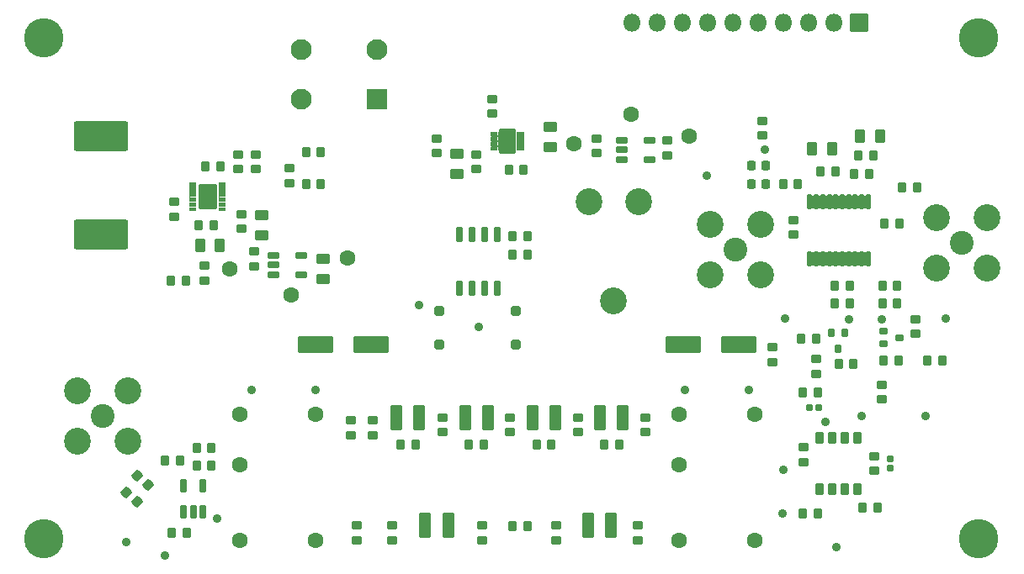
<source format=gts>
%TF.GenerationSoftware,KiCad,Pcbnew,(6.0.6)*%
%TF.CreationDate,2023-01-28T17:13:45-04:00*%
%TF.ProjectId,DDS_FunctionGenerator,4444535f-4675-46e6-9374-696f6e47656e,rev?*%
%TF.SameCoordinates,Original*%
%TF.FileFunction,Soldermask,Top*%
%TF.FilePolarity,Negative*%
%FSLAX46Y46*%
G04 Gerber Fmt 4.6, Leading zero omitted, Abs format (unit mm)*
G04 Created by KiCad (PCBNEW (6.0.6)) date 2023-01-28 17:13:45*
%MOMM*%
%LPD*%
G01*
G04 APERTURE LIST*
G04 Aperture macros list*
%AMRoundRect*
0 Rectangle with rounded corners*
0 $1 Rounding radius*
0 $2 $3 $4 $5 $6 $7 $8 $9 X,Y pos of 4 corners*
0 Add a 4 corners polygon primitive as box body*
4,1,4,$2,$3,$4,$5,$6,$7,$8,$9,$2,$3,0*
0 Add four circle primitives for the rounded corners*
1,1,$1+$1,$2,$3*
1,1,$1+$1,$4,$5*
1,1,$1+$1,$6,$7*
1,1,$1+$1,$8,$9*
0 Add four rect primitives between the rounded corners*
20,1,$1+$1,$2,$3,$4,$5,0*
20,1,$1+$1,$4,$5,$6,$7,0*
20,1,$1+$1,$6,$7,$8,$9,0*
20,1,$1+$1,$8,$9,$2,$3,0*%
G04 Aperture macros list end*
%ADD10RoundRect,0.170000X-0.330000X0.280000X-0.330000X-0.280000X0.330000X-0.280000X0.330000X0.280000X0*%
%ADD11RoundRect,0.170000X0.330000X-0.280000X0.330000X0.280000X-0.330000X0.280000X-0.330000X-0.280000X0*%
%ADD12RoundRect,0.170000X0.280000X0.330000X-0.280000X0.330000X-0.280000X-0.330000X0.280000X-0.330000X0*%
%ADD13C,1.600000*%
%ADD14C,0.900000*%
%ADD15RoundRect,0.135000X-0.340000X0.340000X-0.340000X-0.340000X0.340000X-0.340000X0.340000X0.340000X0*%
%ADD16RoundRect,0.250000X-0.200000X-0.250000X0.200000X-0.250000X0.200000X0.250000X-0.200000X0.250000X0*%
%ADD17RoundRect,0.164300X-0.266700X0.457200X-0.266700X-0.457200X0.266700X-0.457200X0.266700X0.457200X0*%
%ADD18RoundRect,0.170000X-0.280000X-0.330000X0.280000X-0.330000X0.280000X0.330000X-0.280000X0.330000X0*%
%ADD19C,2.400000*%
%ADD20C,2.700000*%
%ADD21C,3.960800*%
%ADD22RoundRect,0.080000X0.295000X0.120000X-0.295000X0.120000X-0.295000X-0.120000X0.295000X-0.120000X0*%
%ADD23RoundRect,0.080000X-0.295000X-0.120000X0.295000X-0.120000X0.295000X0.120000X-0.295000X0.120000X0*%
%ADD24RoundRect,0.135000X0.765000X1.165000X-0.765000X1.165000X-0.765000X-1.165000X0.765000X-1.165000X0*%
%ADD25RoundRect,0.215000X0.385000X1.085000X-0.385000X1.085000X-0.385000X-1.085000X0.385000X-1.085000X0*%
%ADD26RoundRect,0.150000X0.200000X-0.510000X0.200000X0.510000X-0.200000X0.510000X-0.200000X-0.510000X0*%
%ADD27RoundRect,0.170000X-0.426612X-0.072814X0.002373X-0.432775X0.426612X0.072814X-0.002373X0.432775X0*%
%ADD28RoundRect,0.090000X-0.210000X0.235000X-0.210000X-0.235000X0.210000X-0.235000X0.210000X0.235000X0*%
%ADD29RoundRect,0.210000X-1.590000X-0.640000X1.590000X-0.640000X1.590000X0.640000X-1.590000X0.640000X0*%
%ADD30RoundRect,0.185000X-0.515000X0.315000X-0.515000X-0.315000X0.515000X-0.315000X0.515000X0.315000X0*%
%ADD31RoundRect,0.282000X2.468000X1.218000X-2.468000X1.218000X-2.468000X-1.218000X2.468000X-1.218000X0*%
%ADD32RoundRect,0.170000X0.180000X-0.280000X0.180000X0.280000X-0.180000X0.280000X-0.180000X-0.280000X0*%
%ADD33RoundRect,0.150000X-0.100000X0.637500X-0.100000X-0.637500X0.100000X-0.637500X0.100000X0.637500X0*%
%ADD34RoundRect,0.135000X0.340000X-0.340000X0.340000X0.340000X-0.340000X0.340000X-0.340000X-0.340000X0*%
%ADD35C,2.100000*%
%ADD36RoundRect,0.050000X1.000000X1.000000X-1.000000X1.000000X-1.000000X-1.000000X1.000000X-1.000000X0*%
%ADD37RoundRect,0.170000X0.280000X0.180000X-0.280000X0.180000X-0.280000X-0.180000X0.280000X-0.180000X0*%
%ADD38RoundRect,0.090000X-0.235000X-0.210000X0.235000X-0.210000X0.235000X0.210000X-0.235000X0.210000X0*%
%ADD39RoundRect,0.185000X-0.315000X-0.515000X0.315000X-0.515000X0.315000X0.515000X-0.315000X0.515000X0*%
%ADD40RoundRect,0.185000X0.315000X0.515000X-0.315000X0.515000X-0.315000X-0.515000X0.315000X-0.515000X0*%
%ADD41RoundRect,0.110000X0.490000X0.240000X-0.490000X0.240000X-0.490000X-0.240000X0.490000X-0.240000X0*%
%ADD42RoundRect,0.185000X0.515000X-0.315000X0.515000X0.315000X-0.515000X0.315000X-0.515000X-0.315000X0*%
%ADD43RoundRect,0.210000X1.590000X0.640000X-1.590000X0.640000X-1.590000X-0.640000X1.590000X-0.640000X0*%
%ADD44RoundRect,0.110000X-0.240000X0.640000X-0.240000X-0.640000X0.240000X-0.640000X0.240000X0.640000X0*%
%ADD45RoundRect,0.132500X-0.742500X-1.117500X0.742500X-1.117500X0.742500X1.117500X-0.742500X1.117500X0*%
%ADD46RoundRect,0.050000X-0.850000X0.850000X-0.850000X-0.850000X0.850000X-0.850000X0.850000X0.850000X0*%
%ADD47O,1.800000X1.800000*%
G04 APERTURE END LIST*
D10*
%TO.C,C26*%
X124400000Y-109250000D03*
X124400000Y-107750000D03*
%TD*%
%TO.C,R2*%
X117000000Y-81150000D03*
X117000000Y-79650000D03*
%TD*%
D11*
%TO.C,C7*%
X97400000Y-87250000D03*
X97400000Y-88750000D03*
%TD*%
D12*
%TO.C,R19*%
X161950000Y-102000000D03*
X163450000Y-102000000D03*
%TD*%
D13*
%TO.C,K2*%
X104810000Y-107450000D03*
X104810000Y-120150000D03*
X97190000Y-120150000D03*
X97190000Y-112530000D03*
X97190000Y-107450000D03*
%TD*%
D14*
%TO.C,TP17*%
X161800000Y-97900000D03*
%TD*%
D13*
%TO.C,TP2*%
X142400000Y-79400000D03*
%TD*%
D14*
%TO.C,TP7*%
X148400000Y-105000000D03*
%TD*%
D11*
%TO.C,C32*%
X121600000Y-118650000D03*
X121600000Y-120150000D03*
%TD*%
%TO.C,C5*%
X140200000Y-79850000D03*
X140200000Y-81350000D03*
%TD*%
D15*
%TO.C,D1*%
X125000000Y-97025000D03*
X125000000Y-100375000D03*
%TD*%
D16*
%TO.C,X1*%
X148675000Y-82375000D03*
X148675000Y-84225000D03*
X150125000Y-84225000D03*
X150125000Y-82375000D03*
%TD*%
D17*
%TO.C,U8*%
X159300000Y-109800000D03*
X158030000Y-109800000D03*
X156760000Y-109800000D03*
X155490000Y-109800000D03*
X155490000Y-115007000D03*
X156760000Y-115007000D03*
X158030000Y-115007000D03*
X159300000Y-115007000D03*
%TD*%
D14*
%TO.C,TP28*%
X144200000Y-83400000D03*
%TD*%
D18*
%TO.C,C21*%
X128550000Y-110500000D03*
X127050000Y-110500000D03*
%TD*%
%TO.C,R17*%
X165350000Y-84600000D03*
X163850000Y-84600000D03*
%TD*%
D19*
%TO.C,J3*%
X169800000Y-90170000D03*
D20*
X172340000Y-92710000D03*
X167260000Y-87630000D03*
X172340000Y-87630000D03*
X167260000Y-92710000D03*
%TD*%
D21*
%TO.C,H2*%
X171500000Y-69500000D03*
%TD*%
D13*
%TO.C,TP1*%
X130800000Y-80200000D03*
%TD*%
D22*
%TO.C,U4*%
X95425000Y-86750000D03*
X95425000Y-86250000D03*
X95425000Y-85750000D03*
X95425000Y-85250000D03*
X95425000Y-84750000D03*
X95425000Y-84250000D03*
D23*
X92465000Y-84250000D03*
X92465000Y-84750000D03*
X92465000Y-85250000D03*
X92465000Y-85750000D03*
X92465000Y-86250000D03*
X92465000Y-86750000D03*
D24*
X93945000Y-85500000D03*
%TD*%
D25*
%TO.C,L8*%
X118150000Y-118600000D03*
X115850000Y-118600000D03*
%TD*%
D11*
%TO.C,C31*%
X129000000Y-118650000D03*
X129000000Y-120150000D03*
%TD*%
%TO.C,C30*%
X137200000Y-118650000D03*
X137200000Y-120150000D03*
%TD*%
D10*
%TO.C,R3*%
X122600000Y-77150000D03*
X122600000Y-75650000D03*
%TD*%
D12*
%TO.C,C41*%
X162050000Y-88200000D03*
X163550000Y-88200000D03*
%TD*%
D26*
%TO.C,U6*%
X91550000Y-117225000D03*
X92500000Y-117225000D03*
X93450000Y-117225000D03*
X93450000Y-114605000D03*
X91550000Y-114605000D03*
%TD*%
D19*
%TO.C,J5*%
X83400000Y-107600000D03*
D20*
X80860000Y-105060000D03*
X85940000Y-110140000D03*
X85940000Y-105060000D03*
X80860000Y-110140000D03*
%TD*%
D27*
%TO.C,R13*%
X87974533Y-114582091D03*
X86825467Y-113617909D03*
%TD*%
D28*
%TO.C,C38*%
X162600000Y-111925000D03*
X162600000Y-112875000D03*
%TD*%
D27*
%TO.C,R14*%
X86874533Y-116282091D03*
X85725467Y-115317909D03*
%TD*%
D12*
%TO.C,C44*%
X161850000Y-94488000D03*
X163350000Y-94488000D03*
%TD*%
D10*
%TO.C,C11*%
X98600000Y-92550000D03*
X98600000Y-91050000D03*
%TD*%
D18*
%TO.C,C19*%
X91150000Y-112100000D03*
X89650000Y-112100000D03*
%TD*%
D10*
%TO.C,R12*%
X108400000Y-109550000D03*
X108400000Y-108050000D03*
%TD*%
D25*
%TO.C,L5*%
X115250000Y-107800000D03*
X112950000Y-107800000D03*
%TD*%
D29*
%TO.C,C17*%
X141800000Y-100400000D03*
X147400000Y-100400000D03*
%TD*%
D21*
%TO.C,H4*%
X77500000Y-69500000D03*
%TD*%
D18*
%TO.C,C36*%
X160516000Y-83185000D03*
X159016000Y-83185000D03*
%TD*%
D14*
%TO.C,TP13*%
X142000000Y-105000000D03*
%TD*%
D10*
%TO.C,C45*%
X153900000Y-112250000D03*
X153900000Y-110750000D03*
%TD*%
D18*
%TO.C,R21*%
X158550000Y-96300000D03*
X157050000Y-96300000D03*
%TD*%
D14*
%TO.C,TP27*%
X168200000Y-97800000D03*
%TD*%
D13*
%TO.C,TP6*%
X136600000Y-77200000D03*
%TD*%
D30*
%TO.C,C8*%
X105600000Y-91800000D03*
X105600000Y-93800000D03*
%TD*%
D12*
%TO.C,C35*%
X155650000Y-83000000D03*
X157150000Y-83000000D03*
%TD*%
D11*
%TO.C,FB1*%
X149800000Y-77850000D03*
X149800000Y-79350000D03*
%TD*%
D12*
%TO.C,R6*%
X90250000Y-94000000D03*
X91750000Y-94000000D03*
%TD*%
D14*
%TO.C,TP9*%
X104800000Y-105000000D03*
%TD*%
%TO.C,TP25*%
X166200000Y-107600000D03*
%TD*%
D18*
%TO.C,L7*%
X126150000Y-118700000D03*
X124650000Y-118700000D03*
%TD*%
D11*
%TO.C,R5*%
X102200000Y-82650000D03*
X102200000Y-84150000D03*
%TD*%
D31*
%TO.C,L1*%
X83200000Y-89350000D03*
X83200000Y-79450000D03*
%TD*%
D10*
%TO.C,R24*%
X155200000Y-103350000D03*
X155200000Y-101850000D03*
%TD*%
D32*
%TO.C,Q2*%
X158050000Y-99200000D03*
X156750000Y-99200000D03*
X157400000Y-100800000D03*
%TD*%
D18*
%TO.C,R7*%
X105350000Y-81000000D03*
X103850000Y-81000000D03*
%TD*%
%TO.C,C50*%
X167850000Y-102000000D03*
X166350000Y-102000000D03*
%TD*%
D11*
%TO.C,C4*%
X133100000Y-79650000D03*
X133100000Y-81150000D03*
%TD*%
D14*
%TO.C,TP24*%
X157200000Y-120800000D03*
%TD*%
D33*
%TO.C,U7*%
X160405000Y-86037500D03*
X159755000Y-86037500D03*
X159105000Y-86037500D03*
X158455000Y-86037500D03*
X157805000Y-86037500D03*
X157155000Y-86037500D03*
X156505000Y-86037500D03*
X155855000Y-86037500D03*
X155205000Y-86037500D03*
X154555000Y-86037500D03*
X154555000Y-91762500D03*
X155205000Y-91762500D03*
X155855000Y-91762500D03*
X156505000Y-91762500D03*
X157155000Y-91762500D03*
X157805000Y-91762500D03*
X158455000Y-91762500D03*
X159105000Y-91762500D03*
X159755000Y-91762500D03*
X160405000Y-91762500D03*
%TD*%
D13*
%TO.C,TP4*%
X96200000Y-92800000D03*
%TD*%
D14*
%TO.C,TP14*%
X98400000Y-105000000D03*
%TD*%
D34*
%TO.C,D2*%
X117300000Y-100375000D03*
X117300000Y-97025000D03*
%TD*%
D18*
%TO.C,C20*%
X135350000Y-110500000D03*
X133850000Y-110500000D03*
%TD*%
D11*
%TO.C,R15*%
X109000000Y-118650000D03*
X109000000Y-120150000D03*
%TD*%
D12*
%TO.C,R10*%
X92850000Y-110800000D03*
X94350000Y-110800000D03*
%TD*%
D20*
%TO.C,POT1*%
X137300000Y-86000000D03*
X132300000Y-86000000D03*
X134800000Y-96000000D03*
%TD*%
D25*
%TO.C,L3*%
X128950000Y-107800000D03*
X126650000Y-107800000D03*
%TD*%
D18*
%TO.C,C16*%
X126141000Y-91365000D03*
X124641000Y-91365000D03*
%TD*%
D35*
%TO.C,J1*%
X111010000Y-70700000D03*
D36*
X111010000Y-75700000D03*
D35*
X103390000Y-70700000D03*
X103390000Y-75700000D03*
%TD*%
D18*
%TO.C,C29*%
X91850000Y-119400000D03*
X90350000Y-119400000D03*
%TD*%
D12*
%TO.C,C9*%
X93050000Y-88399000D03*
X94550000Y-88399000D03*
%TD*%
D14*
%TO.C,TP21*%
X150000000Y-80800000D03*
%TD*%
%TO.C,TP22*%
X158500000Y-97900000D03*
%TD*%
D10*
%TO.C,C25*%
X131200000Y-109250000D03*
X131200000Y-107750000D03*
%TD*%
D18*
%TO.C,R8*%
X95250000Y-82500000D03*
X93750000Y-82500000D03*
%TD*%
D37*
%TO.C,Q1*%
X162000000Y-99050000D03*
X162000000Y-100350000D03*
X163600000Y-99700000D03*
%TD*%
D38*
%TO.C,C46*%
X154525000Y-106800000D03*
X155475000Y-106800000D03*
%TD*%
D18*
%TO.C,R25*%
X155350000Y-105200000D03*
X153850000Y-105200000D03*
%TD*%
D10*
%TO.C,C24*%
X138000000Y-109250000D03*
X138000000Y-107750000D03*
%TD*%
%TO.C,C28*%
X110600000Y-109550000D03*
X110600000Y-108050000D03*
%TD*%
D30*
%TO.C,C1*%
X119000000Y-81210000D03*
X119000000Y-83210000D03*
%TD*%
D14*
%TO.C,TP11*%
X94900000Y-117900000D03*
%TD*%
D18*
%TO.C,C42*%
X161350000Y-116800000D03*
X159850000Y-116800000D03*
%TD*%
D39*
%TO.C,C10*%
X93200000Y-90400000D03*
X95200000Y-90400000D03*
%TD*%
D14*
%TO.C,TP18*%
X159800000Y-107600000D03*
%TD*%
D10*
%TO.C,C48*%
X165200000Y-99350000D03*
X165200000Y-97850000D03*
%TD*%
D14*
%TO.C,TP23*%
X156100000Y-108200000D03*
%TD*%
D18*
%TO.C,C43*%
X158550000Y-94500000D03*
X157050000Y-94500000D03*
%TD*%
D12*
%TO.C,C15*%
X124641000Y-89460000D03*
X126141000Y-89460000D03*
%TD*%
D40*
%TO.C,C34*%
X156800000Y-80700000D03*
X154800000Y-80700000D03*
%TD*%
D41*
%TO.C,U1*%
X135600000Y-79850000D03*
X135600000Y-80800000D03*
X135600000Y-81750000D03*
X138400000Y-81750000D03*
X138400000Y-79850000D03*
%TD*%
D12*
%TO.C,R22*%
X161850000Y-96300000D03*
X163350000Y-96300000D03*
%TD*%
%TO.C,R20*%
X153850000Y-117400000D03*
X155350000Y-117400000D03*
%TD*%
D10*
%TO.C,C12*%
X90600000Y-87550000D03*
X90600000Y-86050000D03*
%TD*%
D14*
%TO.C,TP8*%
X121200000Y-98600000D03*
%TD*%
D13*
%TO.C,TP3*%
X102400000Y-95400000D03*
%TD*%
D19*
%TO.C,J2*%
X147066000Y-90805000D03*
D20*
X144526000Y-93345000D03*
X149606000Y-93345000D03*
X149606000Y-88265000D03*
X144526000Y-88265000D03*
%TD*%
D42*
%TO.C,C3*%
X128400000Y-80500000D03*
X128400000Y-78500000D03*
%TD*%
D14*
%TO.C,TP16*%
X115200000Y-96400000D03*
%TD*%
D43*
%TO.C,C18*%
X110400000Y-100400000D03*
X104800000Y-100400000D03*
%TD*%
D10*
%TO.C,C13*%
X98800000Y-82750000D03*
X98800000Y-81250000D03*
%TD*%
%TO.C,C49*%
X150800000Y-102150000D03*
X150800000Y-100650000D03*
%TD*%
D13*
%TO.C,TP5*%
X108000000Y-91700000D03*
%TD*%
D14*
%TO.C,TP29*%
X151900000Y-113000000D03*
%TD*%
D18*
%TO.C,C23*%
X114850000Y-110500000D03*
X113350000Y-110500000D03*
%TD*%
%TO.C,R11*%
X94350000Y-112600000D03*
X92850000Y-112600000D03*
%TD*%
%TO.C,R26*%
X155150000Y-99800000D03*
X153650000Y-99800000D03*
%TD*%
D10*
%TO.C,C27*%
X117600000Y-109250000D03*
X117600000Y-107750000D03*
%TD*%
D12*
%TO.C,C47*%
X157450000Y-102400000D03*
X158950000Y-102400000D03*
%TD*%
D18*
%TO.C,C39*%
X160950000Y-81400000D03*
X159450000Y-81400000D03*
%TD*%
%TO.C,R1*%
X125750000Y-82800000D03*
X124250000Y-82800000D03*
%TD*%
D30*
%TO.C,C6*%
X99400000Y-87400000D03*
X99400000Y-89400000D03*
%TD*%
D39*
%TO.C,C37*%
X159600000Y-79400000D03*
X161600000Y-79400000D03*
%TD*%
D25*
%TO.C,L2*%
X135750000Y-107800000D03*
X133450000Y-107800000D03*
%TD*%
%TO.C,L6*%
X134550000Y-118600000D03*
X132250000Y-118600000D03*
%TD*%
%TO.C,L4*%
X122150000Y-107800000D03*
X119850000Y-107800000D03*
%TD*%
D21*
%TO.C,H1*%
X171500000Y-120000000D03*
%TD*%
D10*
%TO.C,R16*%
X161000000Y-113150000D03*
X161000000Y-111650000D03*
%TD*%
D14*
%TO.C,TP15*%
X85800000Y-120300000D03*
%TD*%
%TO.C,TP20*%
X151800000Y-117400000D03*
%TD*%
%TO.C,TP12*%
X89700000Y-121700000D03*
%TD*%
D18*
%TO.C,R23*%
X153350000Y-84200000D03*
X151850000Y-84200000D03*
%TD*%
%TO.C,C22*%
X121750000Y-110500000D03*
X120250000Y-110500000D03*
%TD*%
D44*
%TO.C,U5*%
X123110000Y-89300000D03*
X121840000Y-89300000D03*
X120570000Y-89300000D03*
X119300000Y-89300000D03*
X119300000Y-94700000D03*
X120570000Y-94700000D03*
X121840000Y-94700000D03*
X123110000Y-94700000D03*
%TD*%
D11*
%TO.C,C2*%
X121000000Y-81250000D03*
X121000000Y-82750000D03*
%TD*%
%TO.C,C33*%
X112500000Y-118650000D03*
X112500000Y-120150000D03*
%TD*%
%TO.C,C40*%
X152900000Y-87850000D03*
X152900000Y-89350000D03*
%TD*%
D13*
%TO.C,K1*%
X149010000Y-107450000D03*
X149010000Y-120150000D03*
X141390000Y-120150000D03*
X141390000Y-112530000D03*
X141390000Y-107450000D03*
%TD*%
D21*
%TO.C,H3*%
X77500000Y-120000000D03*
%TD*%
D12*
%TO.C,R4*%
X103850000Y-84200000D03*
X105350000Y-84200000D03*
%TD*%
D41*
%TO.C,U3*%
X100600000Y-91450000D03*
X100600000Y-92400000D03*
X100600000Y-93350000D03*
X103400000Y-93350000D03*
X103400000Y-91450000D03*
%TD*%
D45*
%TO.C,U2*%
X124154000Y-79924000D03*
D23*
X125504000Y-80674000D03*
X125504000Y-80174000D03*
X125504000Y-79674000D03*
X125504000Y-79174000D03*
X122804000Y-79174000D03*
X122804000Y-79674000D03*
X122804000Y-80174000D03*
X122804000Y-80674000D03*
%TD*%
D14*
%TO.C,TP26*%
X152100000Y-97800000D03*
%TD*%
D10*
%TO.C,C14*%
X97000000Y-82750000D03*
X97000000Y-81250000D03*
%TD*%
%TO.C,R9*%
X93600000Y-93950000D03*
X93600000Y-92450000D03*
%TD*%
D46*
%TO.C,J4*%
X159512000Y-68000000D03*
D47*
X156972000Y-68000000D03*
X154432000Y-68000000D03*
X151892000Y-68000000D03*
X149352000Y-68000000D03*
X146812000Y-68000000D03*
X144272000Y-68000000D03*
X141732000Y-68000000D03*
X139192000Y-68000000D03*
X136652000Y-68000000D03*
%TD*%
D10*
%TO.C,R18*%
X161800000Y-105950000D03*
X161800000Y-104450000D03*
%TD*%
G36*
X158867232Y-91071637D02*
G01*
X158867400Y-91072912D01*
X158857000Y-91125199D01*
X158857000Y-92399801D01*
X158867400Y-92452088D01*
X158866757Y-92453982D01*
X158864795Y-92454372D01*
X158863775Y-92453589D01*
X158861659Y-92450422D01*
X158813883Y-92412757D01*
X158753428Y-92410382D01*
X158702876Y-92444159D01*
X158698500Y-92450184D01*
X158696225Y-92453589D01*
X158694431Y-92454474D01*
X158692768Y-92453363D01*
X158692600Y-92452088D01*
X158703000Y-92399801D01*
X158703000Y-91125199D01*
X158692600Y-91072912D01*
X158693243Y-91071018D01*
X158695205Y-91070628D01*
X158696225Y-91071411D01*
X158698341Y-91074578D01*
X158746117Y-91112243D01*
X158806572Y-91114618D01*
X158857124Y-91080841D01*
X158861500Y-91074816D01*
X158863775Y-91071411D01*
X158865569Y-91070526D01*
X158867232Y-91071637D01*
G37*
G36*
X155617232Y-91071637D02*
G01*
X155617400Y-91072912D01*
X155607000Y-91125199D01*
X155607000Y-92399801D01*
X155617400Y-92452088D01*
X155616757Y-92453982D01*
X155614795Y-92454372D01*
X155613775Y-92453589D01*
X155611659Y-92450422D01*
X155563883Y-92412757D01*
X155503428Y-92410382D01*
X155452876Y-92444159D01*
X155448500Y-92450184D01*
X155446225Y-92453589D01*
X155444431Y-92454474D01*
X155442768Y-92453363D01*
X155442600Y-92452088D01*
X155453000Y-92399801D01*
X155453000Y-91125199D01*
X155442600Y-91072912D01*
X155443243Y-91071018D01*
X155445205Y-91070628D01*
X155446225Y-91071411D01*
X155448341Y-91074578D01*
X155496117Y-91112243D01*
X155556572Y-91114618D01*
X155607124Y-91080841D01*
X155611500Y-91074816D01*
X155613775Y-91071411D01*
X155615569Y-91070526D01*
X155617232Y-91071637D01*
G37*
G36*
X159517232Y-91071637D02*
G01*
X159517400Y-91072912D01*
X159507000Y-91125199D01*
X159507000Y-92399801D01*
X159517400Y-92452088D01*
X159516757Y-92453982D01*
X159514795Y-92454372D01*
X159513775Y-92453589D01*
X159511659Y-92450422D01*
X159463883Y-92412757D01*
X159403428Y-92410382D01*
X159352876Y-92444159D01*
X159348500Y-92450184D01*
X159346225Y-92453589D01*
X159344431Y-92454474D01*
X159342768Y-92453363D01*
X159342600Y-92452088D01*
X159353000Y-92399801D01*
X159353000Y-91125199D01*
X159342600Y-91072912D01*
X159343243Y-91071018D01*
X159345205Y-91070628D01*
X159346225Y-91071411D01*
X159348341Y-91074578D01*
X159396117Y-91112243D01*
X159456572Y-91114618D01*
X159507124Y-91080841D01*
X159511500Y-91074816D01*
X159513775Y-91071411D01*
X159515569Y-91070526D01*
X159517232Y-91071637D01*
G37*
G36*
X160167232Y-91071637D02*
G01*
X160167400Y-91072912D01*
X160157000Y-91125199D01*
X160157000Y-92399801D01*
X160167400Y-92452088D01*
X160166757Y-92453982D01*
X160164795Y-92454372D01*
X160163775Y-92453589D01*
X160161659Y-92450422D01*
X160113883Y-92412757D01*
X160053428Y-92410382D01*
X160002876Y-92444159D01*
X159998500Y-92450184D01*
X159996225Y-92453589D01*
X159994431Y-92454474D01*
X159992768Y-92453363D01*
X159992600Y-92452088D01*
X160003000Y-92399801D01*
X160003000Y-91125199D01*
X159992600Y-91072912D01*
X159993243Y-91071018D01*
X159995205Y-91070628D01*
X159996225Y-91071411D01*
X159998341Y-91074578D01*
X160046117Y-91112243D01*
X160106572Y-91114618D01*
X160157124Y-91080841D01*
X160161500Y-91074816D01*
X160163775Y-91071411D01*
X160165569Y-91070526D01*
X160167232Y-91071637D01*
G37*
G36*
X157567232Y-91071637D02*
G01*
X157567400Y-91072912D01*
X157557000Y-91125199D01*
X157557000Y-92399801D01*
X157567400Y-92452088D01*
X157566757Y-92453982D01*
X157564795Y-92454372D01*
X157563775Y-92453589D01*
X157561659Y-92450422D01*
X157513883Y-92412757D01*
X157453428Y-92410382D01*
X157402876Y-92444159D01*
X157398500Y-92450184D01*
X157396225Y-92453589D01*
X157394431Y-92454474D01*
X157392768Y-92453363D01*
X157392600Y-92452088D01*
X157403000Y-92399801D01*
X157403000Y-91125199D01*
X157392600Y-91072912D01*
X157393243Y-91071018D01*
X157395205Y-91070628D01*
X157396225Y-91071411D01*
X157398341Y-91074578D01*
X157446117Y-91112243D01*
X157506572Y-91114618D01*
X157557124Y-91080841D01*
X157561500Y-91074816D01*
X157563775Y-91071411D01*
X157565569Y-91070526D01*
X157567232Y-91071637D01*
G37*
G36*
X154967232Y-91071637D02*
G01*
X154967400Y-91072912D01*
X154957000Y-91125199D01*
X154957000Y-92399801D01*
X154967400Y-92452088D01*
X154966757Y-92453982D01*
X154964795Y-92454372D01*
X154963775Y-92453589D01*
X154961659Y-92450422D01*
X154913883Y-92412757D01*
X154853428Y-92410382D01*
X154802876Y-92444159D01*
X154798500Y-92450184D01*
X154796225Y-92453589D01*
X154794431Y-92454474D01*
X154792768Y-92453363D01*
X154792600Y-92452088D01*
X154803000Y-92399801D01*
X154803000Y-91125199D01*
X154792600Y-91072912D01*
X154793243Y-91071018D01*
X154795205Y-91070628D01*
X154796225Y-91071411D01*
X154798341Y-91074578D01*
X154846117Y-91112243D01*
X154906572Y-91114618D01*
X154957124Y-91080841D01*
X154961500Y-91074816D01*
X154963775Y-91071411D01*
X154965569Y-91070526D01*
X154967232Y-91071637D01*
G37*
G36*
X158217232Y-91071637D02*
G01*
X158217400Y-91072912D01*
X158207000Y-91125199D01*
X158207000Y-92399801D01*
X158217400Y-92452088D01*
X158216757Y-92453982D01*
X158214795Y-92454372D01*
X158213775Y-92453589D01*
X158211659Y-92450422D01*
X158163883Y-92412757D01*
X158103428Y-92410382D01*
X158052876Y-92444159D01*
X158048500Y-92450184D01*
X158046225Y-92453589D01*
X158044431Y-92454474D01*
X158042768Y-92453363D01*
X158042600Y-92452088D01*
X158053000Y-92399801D01*
X158053000Y-91125199D01*
X158042600Y-91072912D01*
X158043243Y-91071018D01*
X158045205Y-91070628D01*
X158046225Y-91071411D01*
X158048341Y-91074578D01*
X158096117Y-91112243D01*
X158156572Y-91114618D01*
X158207124Y-91080841D01*
X158211500Y-91074816D01*
X158213775Y-91071411D01*
X158215569Y-91070526D01*
X158217232Y-91071637D01*
G37*
G36*
X156267232Y-91071637D02*
G01*
X156267400Y-91072912D01*
X156257000Y-91125199D01*
X156257000Y-92399801D01*
X156267400Y-92452088D01*
X156266757Y-92453982D01*
X156264795Y-92454372D01*
X156263775Y-92453589D01*
X156261659Y-92450422D01*
X156213883Y-92412757D01*
X156153428Y-92410382D01*
X156102876Y-92444159D01*
X156098500Y-92450184D01*
X156096225Y-92453589D01*
X156094431Y-92454474D01*
X156092768Y-92453363D01*
X156092600Y-92452088D01*
X156103000Y-92399801D01*
X156103000Y-91125199D01*
X156092600Y-91072912D01*
X156093243Y-91071018D01*
X156095205Y-91070628D01*
X156096225Y-91071411D01*
X156098341Y-91074578D01*
X156146117Y-91112243D01*
X156206572Y-91114618D01*
X156257124Y-91080841D01*
X156261500Y-91074816D01*
X156263775Y-91071411D01*
X156265569Y-91070526D01*
X156267232Y-91071637D01*
G37*
G36*
X156917232Y-91071637D02*
G01*
X156917400Y-91072912D01*
X156907000Y-91125199D01*
X156907000Y-92399801D01*
X156917400Y-92452088D01*
X156916757Y-92453982D01*
X156914795Y-92454372D01*
X156913775Y-92453589D01*
X156911659Y-92450422D01*
X156863883Y-92412757D01*
X156803428Y-92410382D01*
X156752876Y-92444159D01*
X156748500Y-92450184D01*
X156746225Y-92453589D01*
X156744431Y-92454474D01*
X156742768Y-92453363D01*
X156742600Y-92452088D01*
X156753000Y-92399801D01*
X156753000Y-91125199D01*
X156742600Y-91072912D01*
X156743243Y-91071018D01*
X156745205Y-91070628D01*
X156746225Y-91071411D01*
X156748341Y-91074578D01*
X156796117Y-91112243D01*
X156856572Y-91114618D01*
X156907124Y-91080841D01*
X156911500Y-91074816D01*
X156913775Y-91071411D01*
X156915569Y-91070526D01*
X156917232Y-91071637D01*
G37*
G36*
X155617232Y-85346637D02*
G01*
X155617400Y-85347912D01*
X155607000Y-85400199D01*
X155607000Y-86674801D01*
X155617400Y-86727088D01*
X155616757Y-86728982D01*
X155614795Y-86729372D01*
X155613775Y-86728589D01*
X155611659Y-86725422D01*
X155563883Y-86687757D01*
X155503428Y-86685382D01*
X155452876Y-86719159D01*
X155448500Y-86725184D01*
X155446225Y-86728589D01*
X155444431Y-86729474D01*
X155442768Y-86728363D01*
X155442600Y-86727088D01*
X155453000Y-86674801D01*
X155453000Y-85400199D01*
X155442600Y-85347912D01*
X155443243Y-85346018D01*
X155445205Y-85345628D01*
X155446225Y-85346411D01*
X155448341Y-85349578D01*
X155496117Y-85387243D01*
X155556572Y-85389618D01*
X155607124Y-85355841D01*
X155611500Y-85349816D01*
X155613775Y-85346411D01*
X155615569Y-85345526D01*
X155617232Y-85346637D01*
G37*
G36*
X157567232Y-85346637D02*
G01*
X157567400Y-85347912D01*
X157557000Y-85400199D01*
X157557000Y-86674801D01*
X157567400Y-86727088D01*
X157566757Y-86728982D01*
X157564795Y-86729372D01*
X157563775Y-86728589D01*
X157561659Y-86725422D01*
X157513883Y-86687757D01*
X157453428Y-86685382D01*
X157402876Y-86719159D01*
X157398500Y-86725184D01*
X157396225Y-86728589D01*
X157394431Y-86729474D01*
X157392768Y-86728363D01*
X157392600Y-86727088D01*
X157403000Y-86674801D01*
X157403000Y-85400199D01*
X157392600Y-85347912D01*
X157393243Y-85346018D01*
X157395205Y-85345628D01*
X157396225Y-85346411D01*
X157398341Y-85349578D01*
X157446117Y-85387243D01*
X157506572Y-85389618D01*
X157557124Y-85355841D01*
X157561500Y-85349816D01*
X157563775Y-85346411D01*
X157565569Y-85345526D01*
X157567232Y-85346637D01*
G37*
G36*
X159517232Y-85346637D02*
G01*
X159517400Y-85347912D01*
X159507000Y-85400199D01*
X159507000Y-86674801D01*
X159517400Y-86727088D01*
X159516757Y-86728982D01*
X159514795Y-86729372D01*
X159513775Y-86728589D01*
X159511659Y-86725422D01*
X159463883Y-86687757D01*
X159403428Y-86685382D01*
X159352876Y-86719159D01*
X159348500Y-86725184D01*
X159346225Y-86728589D01*
X159344431Y-86729474D01*
X159342768Y-86728363D01*
X159342600Y-86727088D01*
X159353000Y-86674801D01*
X159353000Y-85400199D01*
X159342600Y-85347912D01*
X159343243Y-85346018D01*
X159345205Y-85345628D01*
X159346225Y-85346411D01*
X159348341Y-85349578D01*
X159396117Y-85387243D01*
X159456572Y-85389618D01*
X159507124Y-85355841D01*
X159511500Y-85349816D01*
X159513775Y-85346411D01*
X159515569Y-85345526D01*
X159517232Y-85346637D01*
G37*
G36*
X158867232Y-85346637D02*
G01*
X158867400Y-85347912D01*
X158857000Y-85400199D01*
X158857000Y-86674801D01*
X158867400Y-86727088D01*
X158866757Y-86728982D01*
X158864795Y-86729372D01*
X158863775Y-86728589D01*
X158861659Y-86725422D01*
X158813883Y-86687757D01*
X158753428Y-86685382D01*
X158702876Y-86719159D01*
X158698500Y-86725184D01*
X158696225Y-86728589D01*
X158694431Y-86729474D01*
X158692768Y-86728363D01*
X158692600Y-86727088D01*
X158703000Y-86674801D01*
X158703000Y-85400199D01*
X158692600Y-85347912D01*
X158693243Y-85346018D01*
X158695205Y-85345628D01*
X158696225Y-85346411D01*
X158698341Y-85349578D01*
X158746117Y-85387243D01*
X158806572Y-85389618D01*
X158857124Y-85355841D01*
X158861500Y-85349816D01*
X158863775Y-85346411D01*
X158865569Y-85345526D01*
X158867232Y-85346637D01*
G37*
G36*
X156917232Y-85346637D02*
G01*
X156917400Y-85347912D01*
X156907000Y-85400199D01*
X156907000Y-86674801D01*
X156917400Y-86727088D01*
X156916757Y-86728982D01*
X156914795Y-86729372D01*
X156913775Y-86728589D01*
X156911659Y-86725422D01*
X156863883Y-86687757D01*
X156803428Y-86685382D01*
X156752876Y-86719159D01*
X156748500Y-86725184D01*
X156746225Y-86728589D01*
X156744431Y-86729474D01*
X156742768Y-86728363D01*
X156742600Y-86727088D01*
X156753000Y-86674801D01*
X156753000Y-85400199D01*
X156742600Y-85347912D01*
X156743243Y-85346018D01*
X156745205Y-85345628D01*
X156746225Y-85346411D01*
X156748341Y-85349578D01*
X156796117Y-85387243D01*
X156856572Y-85389618D01*
X156907124Y-85355841D01*
X156911500Y-85349816D01*
X156913775Y-85346411D01*
X156915569Y-85345526D01*
X156917232Y-85346637D01*
G37*
G36*
X158217232Y-85346637D02*
G01*
X158217400Y-85347912D01*
X158207000Y-85400199D01*
X158207000Y-86674801D01*
X158217400Y-86727088D01*
X158216757Y-86728982D01*
X158214795Y-86729372D01*
X158213775Y-86728589D01*
X158211659Y-86725422D01*
X158163883Y-86687757D01*
X158103428Y-86685382D01*
X158052876Y-86719159D01*
X158048500Y-86725184D01*
X158046225Y-86728589D01*
X158044431Y-86729474D01*
X158042768Y-86728363D01*
X158042600Y-86727088D01*
X158053000Y-86674801D01*
X158053000Y-85400199D01*
X158042600Y-85347912D01*
X158043243Y-85346018D01*
X158045205Y-85345628D01*
X158046225Y-85346411D01*
X158048341Y-85349578D01*
X158096117Y-85387243D01*
X158156572Y-85389618D01*
X158207124Y-85355841D01*
X158211500Y-85349816D01*
X158213775Y-85346411D01*
X158215569Y-85345526D01*
X158217232Y-85346637D01*
G37*
G36*
X156267232Y-85346637D02*
G01*
X156267400Y-85347912D01*
X156257000Y-85400199D01*
X156257000Y-86674801D01*
X156267400Y-86727088D01*
X156266757Y-86728982D01*
X156264795Y-86729372D01*
X156263775Y-86728589D01*
X156261659Y-86725422D01*
X156213883Y-86687757D01*
X156153428Y-86685382D01*
X156102876Y-86719159D01*
X156098500Y-86725184D01*
X156096225Y-86728589D01*
X156094431Y-86729474D01*
X156092768Y-86728363D01*
X156092600Y-86727088D01*
X156103000Y-86674801D01*
X156103000Y-85400199D01*
X156092600Y-85347912D01*
X156093243Y-85346018D01*
X156095205Y-85345628D01*
X156096225Y-85346411D01*
X156098341Y-85349578D01*
X156146117Y-85387243D01*
X156206572Y-85389618D01*
X156257124Y-85355841D01*
X156261500Y-85349816D01*
X156263775Y-85346411D01*
X156265569Y-85345526D01*
X156267232Y-85346637D01*
G37*
G36*
X160167232Y-85346637D02*
G01*
X160167400Y-85347912D01*
X160157000Y-85400199D01*
X160157000Y-86674801D01*
X160167400Y-86727088D01*
X160166757Y-86728982D01*
X160164795Y-86729372D01*
X160163775Y-86728589D01*
X160161659Y-86725422D01*
X160113883Y-86687757D01*
X160053428Y-86685382D01*
X160002876Y-86719159D01*
X159998500Y-86725184D01*
X159996225Y-86728589D01*
X159994431Y-86729474D01*
X159992768Y-86728363D01*
X159992600Y-86727088D01*
X160003000Y-86674801D01*
X160003000Y-85400199D01*
X159992600Y-85347912D01*
X159993243Y-85346018D01*
X159995205Y-85345628D01*
X159996225Y-85346411D01*
X159998341Y-85349578D01*
X160046117Y-85387243D01*
X160106572Y-85389618D01*
X160157124Y-85355841D01*
X160161500Y-85349816D01*
X160163775Y-85346411D01*
X160165569Y-85345526D01*
X160167232Y-85346637D01*
G37*
G36*
X154967232Y-85346637D02*
G01*
X154967400Y-85347912D01*
X154957000Y-85400199D01*
X154957000Y-86674801D01*
X154967400Y-86727088D01*
X154966757Y-86728982D01*
X154964795Y-86729372D01*
X154963775Y-86728589D01*
X154961659Y-86725422D01*
X154913883Y-86687757D01*
X154853428Y-86685382D01*
X154802876Y-86719159D01*
X154798500Y-86725184D01*
X154796225Y-86728589D01*
X154794431Y-86729474D01*
X154792768Y-86728363D01*
X154792600Y-86727088D01*
X154803000Y-86674801D01*
X154803000Y-85400199D01*
X154792600Y-85347912D01*
X154793243Y-85346018D01*
X154795205Y-85345628D01*
X154796225Y-85346411D01*
X154798341Y-85349578D01*
X154846117Y-85387243D01*
X154906572Y-85389618D01*
X154957124Y-85355841D01*
X154961500Y-85349816D01*
X154963775Y-85346411D01*
X154965569Y-85345526D01*
X154967232Y-85346637D01*
G37*
G36*
X95078718Y-86427696D02*
G01*
X95100164Y-86442025D01*
X95130199Y-86448000D01*
X95719801Y-86448000D01*
X95749836Y-86442025D01*
X95771282Y-86427696D01*
X95773278Y-86427565D01*
X95774389Y-86429228D01*
X95774056Y-86430470D01*
X95766906Y-86441171D01*
X95767806Y-86441773D01*
X95768691Y-86443567D01*
X95768266Y-86444674D01*
X95751360Y-86466120D01*
X95748987Y-86526575D01*
X95768307Y-86555488D01*
X95768438Y-86557484D01*
X95767755Y-86558262D01*
X95766906Y-86558829D01*
X95774056Y-86569530D01*
X95774187Y-86571526D01*
X95772524Y-86572637D01*
X95771282Y-86572304D01*
X95749836Y-86557975D01*
X95719801Y-86552000D01*
X95130199Y-86552000D01*
X95100164Y-86557975D01*
X95078718Y-86572304D01*
X95076722Y-86572435D01*
X95075611Y-86570772D01*
X95075944Y-86569530D01*
X95083094Y-86558829D01*
X95082194Y-86558227D01*
X95081309Y-86556433D01*
X95081734Y-86555326D01*
X95098640Y-86533880D01*
X95101013Y-86473425D01*
X95081693Y-86444512D01*
X95081562Y-86442516D01*
X95082245Y-86441738D01*
X95083094Y-86441171D01*
X95075944Y-86430470D01*
X95075813Y-86428474D01*
X95077476Y-86427363D01*
X95078718Y-86427696D01*
G37*
G36*
X92118718Y-86427696D02*
G01*
X92140164Y-86442025D01*
X92170199Y-86448000D01*
X92759801Y-86448000D01*
X92789836Y-86442025D01*
X92811282Y-86427696D01*
X92813278Y-86427565D01*
X92814389Y-86429228D01*
X92814056Y-86430470D01*
X92806906Y-86441171D01*
X92807806Y-86441773D01*
X92808691Y-86443567D01*
X92808266Y-86444674D01*
X92791360Y-86466120D01*
X92788987Y-86526575D01*
X92808307Y-86555488D01*
X92808438Y-86557484D01*
X92807755Y-86558262D01*
X92806906Y-86558829D01*
X92814056Y-86569530D01*
X92814187Y-86571526D01*
X92812524Y-86572637D01*
X92811282Y-86572304D01*
X92789836Y-86557975D01*
X92759801Y-86552000D01*
X92170199Y-86552000D01*
X92140164Y-86557975D01*
X92118718Y-86572304D01*
X92116722Y-86572435D01*
X92115611Y-86570772D01*
X92115944Y-86569530D01*
X92123094Y-86558829D01*
X92122194Y-86558227D01*
X92121309Y-86556433D01*
X92121734Y-86555326D01*
X92138640Y-86533880D01*
X92141013Y-86473425D01*
X92121693Y-86444512D01*
X92121562Y-86442516D01*
X92122245Y-86441738D01*
X92123094Y-86441171D01*
X92115944Y-86430470D01*
X92115813Y-86428474D01*
X92117476Y-86427363D01*
X92118718Y-86427696D01*
G37*
G36*
X95078718Y-85927696D02*
G01*
X95100164Y-85942025D01*
X95130199Y-85948000D01*
X95719801Y-85948000D01*
X95749836Y-85942025D01*
X95771282Y-85927696D01*
X95773278Y-85927565D01*
X95774389Y-85929228D01*
X95774056Y-85930470D01*
X95766906Y-85941171D01*
X95767806Y-85941773D01*
X95768691Y-85943567D01*
X95768266Y-85944674D01*
X95751360Y-85966120D01*
X95748987Y-86026575D01*
X95768307Y-86055488D01*
X95768438Y-86057484D01*
X95767755Y-86058262D01*
X95766906Y-86058829D01*
X95774056Y-86069530D01*
X95774187Y-86071526D01*
X95772524Y-86072637D01*
X95771282Y-86072304D01*
X95749836Y-86057975D01*
X95719801Y-86052000D01*
X95130199Y-86052000D01*
X95100164Y-86057975D01*
X95078718Y-86072304D01*
X95076722Y-86072435D01*
X95075611Y-86070772D01*
X95075944Y-86069530D01*
X95083094Y-86058829D01*
X95082194Y-86058227D01*
X95081309Y-86056433D01*
X95081734Y-86055326D01*
X95098640Y-86033880D01*
X95101013Y-85973425D01*
X95081693Y-85944512D01*
X95081562Y-85942516D01*
X95082245Y-85941738D01*
X95083094Y-85941171D01*
X95075944Y-85930470D01*
X95075813Y-85928474D01*
X95077476Y-85927363D01*
X95078718Y-85927696D01*
G37*
G36*
X92118718Y-85927696D02*
G01*
X92140164Y-85942025D01*
X92170199Y-85948000D01*
X92759801Y-85948000D01*
X92789836Y-85942025D01*
X92811282Y-85927696D01*
X92813278Y-85927565D01*
X92814389Y-85929228D01*
X92814056Y-85930470D01*
X92806906Y-85941171D01*
X92807806Y-85941773D01*
X92808691Y-85943567D01*
X92808266Y-85944674D01*
X92791360Y-85966120D01*
X92788987Y-86026575D01*
X92808307Y-86055488D01*
X92808438Y-86057484D01*
X92807755Y-86058262D01*
X92806906Y-86058829D01*
X92814056Y-86069530D01*
X92814187Y-86071526D01*
X92812524Y-86072637D01*
X92811282Y-86072304D01*
X92789836Y-86057975D01*
X92759801Y-86052000D01*
X92170199Y-86052000D01*
X92140164Y-86057975D01*
X92118718Y-86072304D01*
X92116722Y-86072435D01*
X92115611Y-86070772D01*
X92115944Y-86069530D01*
X92123094Y-86058829D01*
X92122194Y-86058227D01*
X92121309Y-86056433D01*
X92121734Y-86055326D01*
X92138640Y-86033880D01*
X92141013Y-85973425D01*
X92121693Y-85944512D01*
X92121562Y-85942516D01*
X92122245Y-85941738D01*
X92123094Y-85941171D01*
X92115944Y-85930470D01*
X92115813Y-85928474D01*
X92117476Y-85927363D01*
X92118718Y-85927696D01*
G37*
G36*
X92118718Y-85427696D02*
G01*
X92140164Y-85442025D01*
X92170199Y-85448000D01*
X92759801Y-85448000D01*
X92789836Y-85442025D01*
X92811282Y-85427696D01*
X92813278Y-85427565D01*
X92814389Y-85429228D01*
X92814056Y-85430470D01*
X92806906Y-85441171D01*
X92807806Y-85441773D01*
X92808691Y-85443567D01*
X92808266Y-85444674D01*
X92791360Y-85466120D01*
X92788987Y-85526575D01*
X92808307Y-85555488D01*
X92808438Y-85557484D01*
X92807755Y-85558262D01*
X92806906Y-85558829D01*
X92814056Y-85569530D01*
X92814187Y-85571526D01*
X92812524Y-85572637D01*
X92811282Y-85572304D01*
X92789836Y-85557975D01*
X92759801Y-85552000D01*
X92170199Y-85552000D01*
X92140164Y-85557975D01*
X92118718Y-85572304D01*
X92116722Y-85572435D01*
X92115611Y-85570772D01*
X92115944Y-85569530D01*
X92123094Y-85558829D01*
X92122194Y-85558227D01*
X92121309Y-85556433D01*
X92121734Y-85555326D01*
X92138640Y-85533880D01*
X92141013Y-85473425D01*
X92121693Y-85444512D01*
X92121562Y-85442516D01*
X92122245Y-85441738D01*
X92123094Y-85441171D01*
X92115944Y-85430470D01*
X92115813Y-85428474D01*
X92117476Y-85427363D01*
X92118718Y-85427696D01*
G37*
G36*
X95078718Y-85427696D02*
G01*
X95100164Y-85442025D01*
X95130199Y-85448000D01*
X95719801Y-85448000D01*
X95749836Y-85442025D01*
X95771282Y-85427696D01*
X95773278Y-85427565D01*
X95774389Y-85429228D01*
X95774056Y-85430470D01*
X95766906Y-85441171D01*
X95767806Y-85441773D01*
X95768691Y-85443567D01*
X95768266Y-85444674D01*
X95751360Y-85466120D01*
X95748987Y-85526575D01*
X95768307Y-85555488D01*
X95768438Y-85557484D01*
X95767755Y-85558262D01*
X95766906Y-85558829D01*
X95774056Y-85569530D01*
X95774187Y-85571526D01*
X95772524Y-85572637D01*
X95771282Y-85572304D01*
X95749836Y-85557975D01*
X95719801Y-85552000D01*
X95130199Y-85552000D01*
X95100164Y-85557975D01*
X95078718Y-85572304D01*
X95076722Y-85572435D01*
X95075611Y-85570772D01*
X95075944Y-85569530D01*
X95083094Y-85558829D01*
X95082194Y-85558227D01*
X95081309Y-85556433D01*
X95081734Y-85555326D01*
X95098640Y-85533880D01*
X95101013Y-85473425D01*
X95081693Y-85444512D01*
X95081562Y-85442516D01*
X95082245Y-85441738D01*
X95083094Y-85441171D01*
X95075944Y-85430470D01*
X95075813Y-85428474D01*
X95077476Y-85427363D01*
X95078718Y-85427696D01*
G37*
G36*
X92118718Y-84927696D02*
G01*
X92140164Y-84942025D01*
X92170199Y-84948000D01*
X92759801Y-84948000D01*
X92789836Y-84942025D01*
X92811282Y-84927696D01*
X92813278Y-84927565D01*
X92814389Y-84929228D01*
X92814056Y-84930470D01*
X92806906Y-84941171D01*
X92807806Y-84941773D01*
X92808691Y-84943567D01*
X92808266Y-84944674D01*
X92791360Y-84966120D01*
X92788987Y-85026575D01*
X92808307Y-85055488D01*
X92808438Y-85057484D01*
X92807755Y-85058262D01*
X92806906Y-85058829D01*
X92814056Y-85069530D01*
X92814187Y-85071526D01*
X92812524Y-85072637D01*
X92811282Y-85072304D01*
X92789836Y-85057975D01*
X92759801Y-85052000D01*
X92170199Y-85052000D01*
X92140164Y-85057975D01*
X92118718Y-85072304D01*
X92116722Y-85072435D01*
X92115611Y-85070772D01*
X92115944Y-85069530D01*
X92123094Y-85058829D01*
X92122194Y-85058227D01*
X92121309Y-85056433D01*
X92121734Y-85055326D01*
X92138640Y-85033880D01*
X92141013Y-84973425D01*
X92121693Y-84944512D01*
X92121562Y-84942516D01*
X92122245Y-84941738D01*
X92123094Y-84941171D01*
X92115944Y-84930470D01*
X92115813Y-84928474D01*
X92117476Y-84927363D01*
X92118718Y-84927696D01*
G37*
G36*
X95078718Y-84927696D02*
G01*
X95100164Y-84942025D01*
X95130199Y-84948000D01*
X95719801Y-84948000D01*
X95749836Y-84942025D01*
X95771282Y-84927696D01*
X95773278Y-84927565D01*
X95774389Y-84929228D01*
X95774056Y-84930470D01*
X95766906Y-84941171D01*
X95767806Y-84941773D01*
X95768691Y-84943567D01*
X95768266Y-84944674D01*
X95751360Y-84966120D01*
X95748987Y-85026575D01*
X95768307Y-85055488D01*
X95768438Y-85057484D01*
X95767755Y-85058262D01*
X95766906Y-85058829D01*
X95774056Y-85069530D01*
X95774187Y-85071526D01*
X95772524Y-85072637D01*
X95771282Y-85072304D01*
X95749836Y-85057975D01*
X95719801Y-85052000D01*
X95130199Y-85052000D01*
X95100164Y-85057975D01*
X95078718Y-85072304D01*
X95076722Y-85072435D01*
X95075611Y-85070772D01*
X95075944Y-85069530D01*
X95083094Y-85058829D01*
X95082194Y-85058227D01*
X95081309Y-85056433D01*
X95081734Y-85055326D01*
X95098640Y-85033880D01*
X95101013Y-84973425D01*
X95081693Y-84944512D01*
X95081562Y-84942516D01*
X95082245Y-84941738D01*
X95083094Y-84941171D01*
X95075944Y-84930470D01*
X95075813Y-84928474D01*
X95077476Y-84927363D01*
X95078718Y-84927696D01*
G37*
G36*
X92118718Y-84427696D02*
G01*
X92140164Y-84442025D01*
X92170199Y-84448000D01*
X92759801Y-84448000D01*
X92789836Y-84442025D01*
X92811282Y-84427696D01*
X92813278Y-84427565D01*
X92814389Y-84429228D01*
X92814056Y-84430470D01*
X92806906Y-84441171D01*
X92807806Y-84441773D01*
X92808691Y-84443567D01*
X92808266Y-84444674D01*
X92791360Y-84466120D01*
X92788987Y-84526575D01*
X92808307Y-84555488D01*
X92808438Y-84557484D01*
X92807755Y-84558262D01*
X92806906Y-84558829D01*
X92814056Y-84569530D01*
X92814187Y-84571526D01*
X92812524Y-84572637D01*
X92811282Y-84572304D01*
X92789836Y-84557975D01*
X92759801Y-84552000D01*
X92170199Y-84552000D01*
X92140164Y-84557975D01*
X92118718Y-84572304D01*
X92116722Y-84572435D01*
X92115611Y-84570772D01*
X92115944Y-84569530D01*
X92123094Y-84558829D01*
X92122194Y-84558227D01*
X92121309Y-84556433D01*
X92121734Y-84555326D01*
X92138640Y-84533880D01*
X92141013Y-84473425D01*
X92121693Y-84444512D01*
X92121562Y-84442516D01*
X92122245Y-84441738D01*
X92123094Y-84441171D01*
X92115944Y-84430470D01*
X92115813Y-84428474D01*
X92117476Y-84427363D01*
X92118718Y-84427696D01*
G37*
G36*
X95078718Y-84427696D02*
G01*
X95100164Y-84442025D01*
X95130199Y-84448000D01*
X95719801Y-84448000D01*
X95749836Y-84442025D01*
X95771282Y-84427696D01*
X95773278Y-84427565D01*
X95774389Y-84429228D01*
X95774056Y-84430470D01*
X95766906Y-84441171D01*
X95767806Y-84441773D01*
X95768691Y-84443567D01*
X95768266Y-84444674D01*
X95751360Y-84466120D01*
X95748987Y-84526575D01*
X95768307Y-84555488D01*
X95768438Y-84557484D01*
X95767755Y-84558262D01*
X95766906Y-84558829D01*
X95774056Y-84569530D01*
X95774187Y-84571526D01*
X95772524Y-84572637D01*
X95771282Y-84572304D01*
X95749836Y-84557975D01*
X95719801Y-84552000D01*
X95130199Y-84552000D01*
X95100164Y-84557975D01*
X95078718Y-84572304D01*
X95076722Y-84572435D01*
X95075611Y-84570772D01*
X95075944Y-84569530D01*
X95083094Y-84558829D01*
X95082194Y-84558227D01*
X95081309Y-84556433D01*
X95081734Y-84555326D01*
X95098640Y-84533880D01*
X95101013Y-84473425D01*
X95081693Y-84444512D01*
X95081562Y-84442516D01*
X95082245Y-84441738D01*
X95083094Y-84441171D01*
X95075944Y-84430470D01*
X95075813Y-84428474D01*
X95077476Y-84427363D01*
X95078718Y-84427696D01*
G37*
G36*
X125030902Y-78894517D02*
G01*
X125049798Y-78952673D01*
X125098747Y-78988237D01*
X125159438Y-78988237D01*
X125171062Y-78982600D01*
X125173057Y-78982744D01*
X125173930Y-78984544D01*
X125173046Y-78986063D01*
X125153873Y-78998873D01*
X125136975Y-79024164D01*
X125131000Y-79054199D01*
X125131000Y-79293801D01*
X125136975Y-79323836D01*
X125153873Y-79349127D01*
X125179164Y-79366025D01*
X125209199Y-79372000D01*
X125798801Y-79372000D01*
X125828836Y-79366025D01*
X125850282Y-79351696D01*
X125852278Y-79351565D01*
X125853389Y-79353228D01*
X125853056Y-79354470D01*
X125845906Y-79365171D01*
X125846806Y-79365773D01*
X125847691Y-79367567D01*
X125847266Y-79368674D01*
X125830360Y-79390120D01*
X125827987Y-79450575D01*
X125847307Y-79479488D01*
X125847438Y-79481484D01*
X125846755Y-79482262D01*
X125845906Y-79482829D01*
X125853056Y-79493530D01*
X125853187Y-79495526D01*
X125851524Y-79496637D01*
X125850282Y-79496304D01*
X125828836Y-79481975D01*
X125798801Y-79476000D01*
X125209199Y-79476000D01*
X125179164Y-79481975D01*
X125153873Y-79498873D01*
X125136975Y-79524164D01*
X125131000Y-79554199D01*
X125131000Y-79793801D01*
X125136975Y-79823836D01*
X125153873Y-79849127D01*
X125179164Y-79866025D01*
X125209199Y-79872000D01*
X125798801Y-79872000D01*
X125828836Y-79866025D01*
X125850282Y-79851696D01*
X125852278Y-79851565D01*
X125853389Y-79853228D01*
X125853056Y-79854470D01*
X125845906Y-79865171D01*
X125846806Y-79865773D01*
X125847691Y-79867567D01*
X125847266Y-79868674D01*
X125830360Y-79890120D01*
X125827987Y-79950575D01*
X125847307Y-79979488D01*
X125847438Y-79981484D01*
X125846755Y-79982262D01*
X125845906Y-79982829D01*
X125853056Y-79993530D01*
X125853187Y-79995526D01*
X125851524Y-79996637D01*
X125850282Y-79996304D01*
X125828836Y-79981975D01*
X125798801Y-79976000D01*
X125209199Y-79976000D01*
X125179164Y-79981975D01*
X125153873Y-79998873D01*
X125136975Y-80024164D01*
X125131000Y-80054199D01*
X125131000Y-80293801D01*
X125136975Y-80323836D01*
X125153873Y-80349127D01*
X125179164Y-80366025D01*
X125209199Y-80372000D01*
X125798801Y-80372000D01*
X125828836Y-80366025D01*
X125850282Y-80351696D01*
X125852278Y-80351565D01*
X125853389Y-80353228D01*
X125853056Y-80354470D01*
X125845906Y-80365171D01*
X125846806Y-80365773D01*
X125847691Y-80367567D01*
X125847266Y-80368674D01*
X125830360Y-80390120D01*
X125827987Y-80450575D01*
X125847307Y-80479488D01*
X125847438Y-80481484D01*
X125846755Y-80482262D01*
X125845906Y-80482829D01*
X125853056Y-80493530D01*
X125853187Y-80495526D01*
X125851524Y-80496637D01*
X125850282Y-80496304D01*
X125828836Y-80481975D01*
X125798801Y-80476000D01*
X125209199Y-80476000D01*
X125179164Y-80481975D01*
X125153873Y-80498873D01*
X125136975Y-80524164D01*
X125131000Y-80554199D01*
X125131000Y-80793801D01*
X125136975Y-80823836D01*
X125153873Y-80849127D01*
X125175322Y-80863458D01*
X125176207Y-80865252D01*
X125175096Y-80866915D01*
X125173821Y-80867083D01*
X125160321Y-80864398D01*
X125160179Y-80864560D01*
X125158994Y-80864591D01*
X125125156Y-80855047D01*
X125068393Y-80875987D01*
X125034673Y-80926452D01*
X125030981Y-80953142D01*
X125029753Y-80954721D01*
X125027772Y-80954447D01*
X125027000Y-80952868D01*
X125027000Y-78895135D01*
X125028000Y-78893403D01*
X125030000Y-78893403D01*
X125030902Y-78894517D01*
G37*
G36*
X123280228Y-78893553D02*
G01*
X123281000Y-78895132D01*
X123281000Y-80952865D01*
X123280000Y-80954597D01*
X123278000Y-80954597D01*
X123277098Y-80953483D01*
X123258202Y-80895327D01*
X123209253Y-80859763D01*
X123148562Y-80859763D01*
X123136938Y-80865400D01*
X123134943Y-80865256D01*
X123134070Y-80863456D01*
X123134954Y-80861937D01*
X123154127Y-80849127D01*
X123171025Y-80823836D01*
X123177000Y-80793801D01*
X123177000Y-80554199D01*
X123171025Y-80524164D01*
X123154127Y-80498873D01*
X123128836Y-80481975D01*
X123098801Y-80476000D01*
X122509199Y-80476000D01*
X122479164Y-80481975D01*
X122457718Y-80496304D01*
X122455722Y-80496435D01*
X122454611Y-80494772D01*
X122454944Y-80493530D01*
X122462094Y-80482829D01*
X122461194Y-80482227D01*
X122460309Y-80480433D01*
X122460734Y-80479326D01*
X122477640Y-80457880D01*
X122480013Y-80397425D01*
X122460693Y-80368512D01*
X122460562Y-80366516D01*
X122461245Y-80365738D01*
X122462094Y-80365171D01*
X122454944Y-80354470D01*
X122454813Y-80352474D01*
X122456476Y-80351363D01*
X122457718Y-80351696D01*
X122479164Y-80366025D01*
X122509199Y-80372000D01*
X123098801Y-80372000D01*
X123128836Y-80366025D01*
X123154127Y-80349127D01*
X123171025Y-80323836D01*
X123177000Y-80293801D01*
X123177000Y-80054199D01*
X123171025Y-80024164D01*
X123154127Y-79998873D01*
X123128836Y-79981975D01*
X123098801Y-79976000D01*
X122509199Y-79976000D01*
X122479164Y-79981975D01*
X122457718Y-79996304D01*
X122455722Y-79996435D01*
X122454611Y-79994772D01*
X122454944Y-79993530D01*
X122462094Y-79982829D01*
X122461194Y-79982227D01*
X122460309Y-79980433D01*
X122460734Y-79979326D01*
X122477640Y-79957880D01*
X122480013Y-79897425D01*
X122460693Y-79868512D01*
X122460562Y-79866516D01*
X122461245Y-79865738D01*
X122462094Y-79865171D01*
X122454944Y-79854470D01*
X122454813Y-79852474D01*
X122456476Y-79851363D01*
X122457718Y-79851696D01*
X122479164Y-79866025D01*
X122509199Y-79872000D01*
X123098801Y-79872000D01*
X123128836Y-79866025D01*
X123154127Y-79849127D01*
X123171025Y-79823836D01*
X123177000Y-79793801D01*
X123177000Y-79554199D01*
X123171025Y-79524164D01*
X123154127Y-79498873D01*
X123128836Y-79481975D01*
X123098801Y-79476000D01*
X122509199Y-79476000D01*
X122479164Y-79481975D01*
X122457718Y-79496304D01*
X122455722Y-79496435D01*
X122454611Y-79494772D01*
X122454944Y-79493530D01*
X122462094Y-79482829D01*
X122461194Y-79482227D01*
X122460309Y-79480433D01*
X122460734Y-79479326D01*
X122477640Y-79457880D01*
X122480013Y-79397425D01*
X122460693Y-79368512D01*
X122460562Y-79366516D01*
X122461245Y-79365738D01*
X122462094Y-79365171D01*
X122454944Y-79354470D01*
X122454813Y-79352474D01*
X122456476Y-79351363D01*
X122457718Y-79351696D01*
X122479164Y-79366025D01*
X122509199Y-79372000D01*
X123098801Y-79372000D01*
X123128836Y-79366025D01*
X123154127Y-79349127D01*
X123171025Y-79323836D01*
X123177000Y-79293801D01*
X123177000Y-79054199D01*
X123171025Y-79024164D01*
X123154127Y-78998873D01*
X123132678Y-78984542D01*
X123131793Y-78982748D01*
X123132904Y-78981085D01*
X123134179Y-78980917D01*
X123147679Y-78983602D01*
X123147821Y-78983440D01*
X123149006Y-78983409D01*
X123182844Y-78992953D01*
X123239607Y-78972013D01*
X123273327Y-78921548D01*
X123277019Y-78894858D01*
X123278247Y-78893279D01*
X123280228Y-78893553D01*
G37*
M02*

</source>
